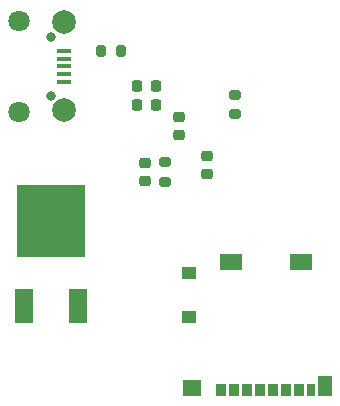
<source format=gbr>
%TF.GenerationSoftware,KiCad,Pcbnew,6.0.5-a6ca702e91~116~ubuntu20.04.1*%
%TF.CreationDate,2022-07-26T15:57:37+01:00*%
%TF.ProjectId,sd-mux,73642d6d-7578-42e6-9b69-6361645f7063,rev?*%
%TF.SameCoordinates,Original*%
%TF.FileFunction,Soldermask,Bot*%
%TF.FilePolarity,Negative*%
%FSLAX46Y46*%
G04 Gerber Fmt 4.6, Leading zero omitted, Abs format (unit mm)*
G04 Created by KiCad (PCBNEW 6.0.5-a6ca702e91~116~ubuntu20.04.1) date 2022-07-26 15:57:37*
%MOMM*%
%LPD*%
G01*
G04 APERTURE LIST*
G04 Aperture macros list*
%AMRoundRect*
0 Rectangle with rounded corners*
0 $1 Rounding radius*
0 $2 $3 $4 $5 $6 $7 $8 $9 X,Y pos of 4 corners*
0 Add a 4 corners polygon primitive as box body*
4,1,4,$2,$3,$4,$5,$6,$7,$8,$9,$2,$3,0*
0 Add four circle primitives for the rounded corners*
1,1,$1+$1,$2,$3*
1,1,$1+$1,$4,$5*
1,1,$1+$1,$6,$7*
1,1,$1+$1,$8,$9*
0 Add four rect primitives between the rounded corners*
20,1,$1+$1,$2,$3,$4,$5,0*
20,1,$1+$1,$4,$5,$6,$7,0*
20,1,$1+$1,$6,$7,$8,$9,0*
20,1,$1+$1,$8,$9,$2,$3,0*%
G04 Aperture macros list end*
%ADD10RoundRect,0.200000X0.275000X-0.200000X0.275000X0.200000X-0.275000X0.200000X-0.275000X-0.200000X0*%
%ADD11RoundRect,0.200000X-0.200000X-0.275000X0.200000X-0.275000X0.200000X0.275000X-0.200000X0.275000X0*%
%ADD12RoundRect,0.225000X-0.250000X0.225000X-0.250000X-0.225000X0.250000X-0.225000X0.250000X0.225000X0*%
%ADD13RoundRect,0.225000X-0.225000X-0.250000X0.225000X-0.250000X0.225000X0.250000X-0.225000X0.250000X0*%
%ADD14RoundRect,0.225000X0.250000X-0.225000X0.250000X0.225000X-0.250000X0.225000X-0.250000X-0.225000X0*%
%ADD15C,0.800000*%
%ADD16R,1.300000X0.450000*%
%ADD17C,2.000000*%
%ADD18C,1.800000*%
%ADD19R,0.850000X1.100000*%
%ADD20R,0.750000X1.100000*%
%ADD21R,1.200000X1.000000*%
%ADD22R,1.900000X1.350000*%
%ADD23R,1.170000X1.800000*%
%ADD24R,1.550000X1.350000*%
%ADD25R,1.600000X3.000000*%
%ADD26R,5.800000X6.200000*%
G04 APERTURE END LIST*
D10*
%TO.C,R16*%
X194525000Y-97800000D03*
X194525000Y-96150000D03*
%TD*%
%TO.C,FB3*%
X188600000Y-103525000D03*
X188600000Y-101875000D03*
%TD*%
D11*
%TO.C,FB1*%
X183172600Y-92500000D03*
X184822600Y-92500000D03*
%TD*%
D12*
%TO.C,C5*%
X192125000Y-102875000D03*
X192125000Y-101325000D03*
%TD*%
D13*
%TO.C,C16*%
X186250000Y-95400000D03*
X187800000Y-95400000D03*
%TD*%
%TO.C,C6*%
X186250000Y-97075000D03*
X187800000Y-97075000D03*
%TD*%
D12*
%TO.C,C19*%
X186925000Y-101925000D03*
X186925000Y-103475000D03*
%TD*%
D14*
%TO.C,C11*%
X189750000Y-98025000D03*
X189750000Y-99575000D03*
%TD*%
D15*
%TO.C,J1*%
X178955000Y-96255000D03*
X178955000Y-91255000D03*
D16*
X180055000Y-95055000D03*
X180055000Y-94405000D03*
X180055000Y-93755000D03*
X180055000Y-93105000D03*
X180055000Y-92455000D03*
D17*
X180005000Y-90030000D03*
D18*
X176205000Y-89880000D03*
X176205000Y-97630000D03*
D17*
X180005000Y-97480000D03*
%TD*%
D19*
%TO.C,J2*%
X193295000Y-121150000D03*
X194395000Y-121150000D03*
X195495000Y-121150000D03*
X196595000Y-121150000D03*
X197695000Y-121150000D03*
X198795000Y-121150000D03*
X199895000Y-121150000D03*
D20*
X200945000Y-121150000D03*
D21*
X190660000Y-115000000D03*
X190660000Y-111300000D03*
D22*
X194160000Y-110325000D03*
X200130000Y-110325000D03*
D23*
X202155000Y-120800000D03*
D24*
X190835000Y-121025000D03*
%TD*%
D25*
%TO.C,U2*%
X181185000Y-114020000D03*
D26*
X178900000Y-106840000D03*
D25*
X176615000Y-114020000D03*
%TD*%
M02*

</source>
